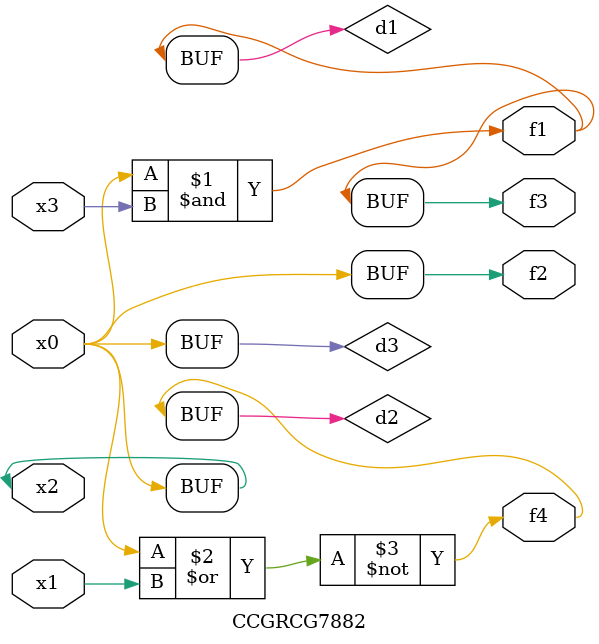
<source format=v>
module CCGRCG7882(
	input x0, x1, x2, x3,
	output f1, f2, f3, f4
);

	wire d1, d2, d3;

	and (d1, x2, x3);
	nor (d2, x0, x1);
	buf (d3, x0, x2);
	assign f1 = d1;
	assign f2 = d3;
	assign f3 = d1;
	assign f4 = d2;
endmodule

</source>
